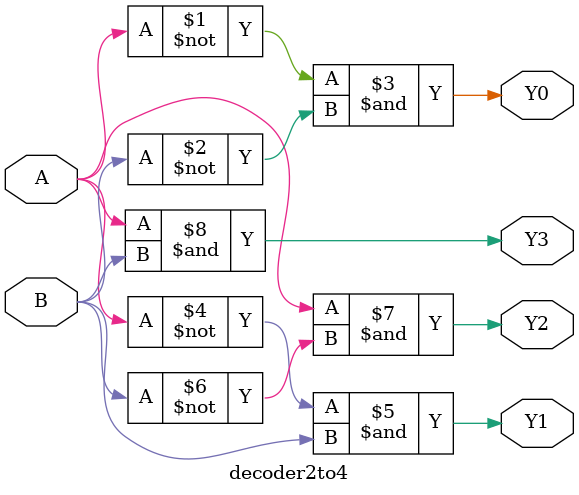
<source format=v>
module decoder2to4 (
    input wire A, B,          
    output wire Y0, Y1, Y2, Y3 
);
    assign Y0 = ~A & ~B;   // Y0 is active when A = 0, B = 0
    assign Y1 = ~A & B;    // Y1 is active when A = 0, B = 1
    assign Y2 = A & ~B;    // Y2 is active when A = 1, B = 0
    assign Y3 = A & B;     // Y3 is active when A = 1, B = 1
endmodule

</source>
